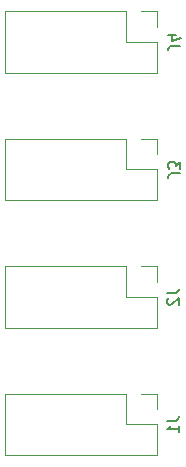
<source format=gbr>
%TF.GenerationSoftware,KiCad,Pcbnew,(5.1.9)-1*%
%TF.CreationDate,2021-02-11T18:19:05-05:00*%
%TF.ProjectId,Tensile_Board,54656e73-696c-4655-9f42-6f6172642e6b,rev?*%
%TF.SameCoordinates,Original*%
%TF.FileFunction,Legend,Bot*%
%TF.FilePolarity,Positive*%
%FSLAX46Y46*%
G04 Gerber Fmt 4.6, Leading zero omitted, Abs format (unit mm)*
G04 Created by KiCad (PCBNEW (5.1.9)-1) date 2021-02-11 18:19:05*
%MOMM*%
%LPD*%
G01*
G04 APERTURE LIST*
%ADD10C,0.120000*%
%ADD11C,0.150000*%
G04 APERTURE END LIST*
D10*
%TO.C,J1*%
X190027000Y-118170000D02*
X190027000Y-115570000D01*
X190027000Y-118170000D02*
X177207000Y-118170000D01*
X177207000Y-118170000D02*
X177207000Y-112970000D01*
X187427000Y-112970000D02*
X177207000Y-112970000D01*
X187427000Y-115570000D02*
X187427000Y-112970000D01*
X190027000Y-115570000D02*
X187427000Y-115570000D01*
X190027000Y-112970000D02*
X188697000Y-112970000D01*
X190027000Y-114300000D02*
X190027000Y-112970000D01*
%TO.C,J2*%
X190027000Y-107375000D02*
X190027000Y-104775000D01*
X190027000Y-107375000D02*
X177207000Y-107375000D01*
X177207000Y-107375000D02*
X177207000Y-102175000D01*
X187427000Y-102175000D02*
X177207000Y-102175000D01*
X187427000Y-104775000D02*
X187427000Y-102175000D01*
X190027000Y-104775000D02*
X187427000Y-104775000D01*
X190027000Y-102175000D02*
X188697000Y-102175000D01*
X190027000Y-103505000D02*
X190027000Y-102175000D01*
%TO.C,J3*%
X190027000Y-92710000D02*
X190027000Y-91380000D01*
X190027000Y-91380000D02*
X188697000Y-91380000D01*
X190027000Y-93980000D02*
X187427000Y-93980000D01*
X187427000Y-93980000D02*
X187427000Y-91380000D01*
X187427000Y-91380000D02*
X177207000Y-91380000D01*
X177207000Y-96580000D02*
X177207000Y-91380000D01*
X190027000Y-96580000D02*
X177207000Y-96580000D01*
X190027000Y-96580000D02*
X190027000Y-93980000D01*
%TO.C,J4*%
X190027000Y-81915000D02*
X190027000Y-80585000D01*
X190027000Y-80585000D02*
X188697000Y-80585000D01*
X190027000Y-83185000D02*
X187427000Y-83185000D01*
X187427000Y-83185000D02*
X187427000Y-80585000D01*
X187427000Y-80585000D02*
X177207000Y-80585000D01*
X177207000Y-85785000D02*
X177207000Y-80585000D01*
X190027000Y-85785000D02*
X177207000Y-85785000D01*
X190027000Y-85785000D02*
X190027000Y-83185000D01*
%TO.C,J1*%
D11*
X190919380Y-115236666D02*
X191633666Y-115236666D01*
X191776523Y-115189047D01*
X191871761Y-115093809D01*
X191919380Y-114950952D01*
X191919380Y-114855714D01*
X191919380Y-116236666D02*
X191919380Y-115665238D01*
X191919380Y-115950952D02*
X190919380Y-115950952D01*
X191062238Y-115855714D01*
X191157476Y-115760476D01*
X191205095Y-115665238D01*
%TO.C,J2*%
X190919380Y-104441666D02*
X191633666Y-104441666D01*
X191776523Y-104394047D01*
X191871761Y-104298809D01*
X191919380Y-104155952D01*
X191919380Y-104060714D01*
X191014619Y-104870238D02*
X190967000Y-104917857D01*
X190919380Y-105013095D01*
X190919380Y-105251190D01*
X190967000Y-105346428D01*
X191014619Y-105394047D01*
X191109857Y-105441666D01*
X191205095Y-105441666D01*
X191347952Y-105394047D01*
X191919380Y-104822619D01*
X191919380Y-105441666D01*
%TO.C,J3*%
X192014619Y-94313333D02*
X191300333Y-94313333D01*
X191157476Y-94360952D01*
X191062238Y-94456190D01*
X191014619Y-94599047D01*
X191014619Y-94694285D01*
X192014619Y-93932380D02*
X192014619Y-93313333D01*
X191633666Y-93646666D01*
X191633666Y-93503809D01*
X191586047Y-93408571D01*
X191538428Y-93360952D01*
X191443190Y-93313333D01*
X191205095Y-93313333D01*
X191109857Y-93360952D01*
X191062238Y-93408571D01*
X191014619Y-93503809D01*
X191014619Y-93789523D01*
X191062238Y-93884761D01*
X191109857Y-93932380D01*
%TO.C,J4*%
X192014619Y-83518333D02*
X191300333Y-83518333D01*
X191157476Y-83565952D01*
X191062238Y-83661190D01*
X191014619Y-83804047D01*
X191014619Y-83899285D01*
X191681285Y-82613571D02*
X191014619Y-82613571D01*
X192062238Y-82851666D02*
X191347952Y-83089761D01*
X191347952Y-82470714D01*
%TD*%
M02*

</source>
